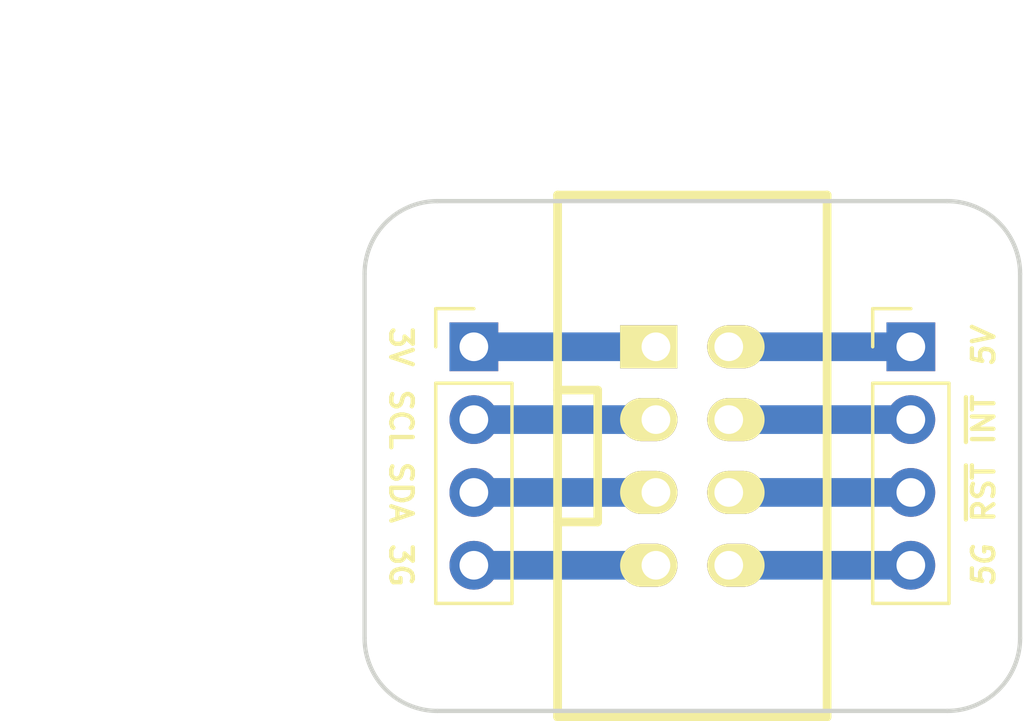
<source format=kicad_pcb>
(kicad_pcb (version 4) (host pcbnew 4.0.7)

  (general
    (links 8)
    (no_connects 0)
    (area 92.634999 73.584999 115.645001 91.515001)
    (thickness 1.6)
    (drawings 18)
    (tracks 8)
    (zones 0)
    (modules 3)
    (nets 9)
  )

  (page A4)
  (layers
    (0 F.Cu signal)
    (31 B.Cu signal)
    (32 B.Adhes user)
    (33 F.Adhes user)
    (34 B.Paste user)
    (35 F.Paste user)
    (36 B.SilkS user)
    (37 F.SilkS user)
    (38 B.Mask user)
    (39 F.Mask user)
    (40 Dwgs.User user)
    (41 Cmts.User user)
    (42 Eco1.User user)
    (43 Eco2.User user)
    (44 Edge.Cuts user)
    (45 Margin user)
    (46 B.CrtYd user)
    (47 F.CrtYd user)
    (48 B.Fab user)
    (49 F.Fab user)
  )

  (setup
    (last_trace_width 0.25)
    (user_trace_width 0.5)
    (user_trace_width 1)
    (trace_clearance 0.2)
    (zone_clearance 0.508)
    (zone_45_only no)
    (trace_min 0.2)
    (segment_width 0.2)
    (edge_width 0.15)
    (via_size 0.6)
    (via_drill 0.4)
    (via_min_size 0.4)
    (via_min_drill 0.3)
    (uvia_size 0.3)
    (uvia_drill 0.1)
    (uvias_allowed no)
    (uvia_min_size 0.2)
    (uvia_min_drill 0.1)
    (pcb_text_width 0.3)
    (pcb_text_size 1.5 1.5)
    (mod_edge_width 0.15)
    (mod_text_size 1 1)
    (mod_text_width 0.15)
    (pad_size 1.524 1.524)
    (pad_drill 0.762)
    (pad_to_mask_clearance 0.2)
    (aux_axis_origin 0 0)
    (visible_elements FFFFFF7F)
    (pcbplotparams
      (layerselection 0x00030_80000001)
      (usegerberextensions false)
      (excludeedgelayer true)
      (linewidth 0.100000)
      (plotframeref false)
      (viasonmask false)
      (mode 1)
      (useauxorigin false)
      (hpglpennumber 1)
      (hpglpenspeed 20)
      (hpglpendiameter 15)
      (hpglpenoverlay 2)
      (psnegative false)
      (psa4output false)
      (plotreference true)
      (plotvalue true)
      (plotinvisibletext false)
      (padsonsilk false)
      (subtractmaskfromsilk false)
      (outputformat 1)
      (mirror false)
      (drillshape 1)
      (scaleselection 1)
      (outputdirectory ""))
  )

  (net 0 "")
  (net 1 "Net-(P1-Pad1)")
  (net 2 "Net-(P1-Pad2)")
  (net 3 "Net-(P1-Pad3)")
  (net 4 "Net-(P1-Pad4)")
  (net 5 "Net-(P2-Pad8)")
  (net 6 "Net-(P2-Pad2)")
  (net 7 "Net-(P2-Pad4)")
  (net 8 "Net-(P2-Pad6)")

  (net_class Default "This is the default net class."
    (clearance 0.2)
    (trace_width 0.25)
    (via_dia 0.6)
    (via_drill 0.4)
    (uvia_dia 0.3)
    (uvia_drill 0.1)
    (add_net "Net-(P1-Pad1)")
    (add_net "Net-(P1-Pad2)")
    (add_net "Net-(P1-Pad3)")
    (add_net "Net-(P1-Pad4)")
    (add_net "Net-(P2-Pad2)")
    (add_net "Net-(P2-Pad4)")
    (add_net "Net-(P2-Pad6)")
    (add_net "Net-(P2-Pad8)")
  )

  (module Pin_Headers:Pin_Header_Straight_1x04_Pitch2.54mm (layer F.Cu) (tedit 5A11F075) (tstamp 5A11EFEC)
    (at 96.52 78.74)
    (descr "Through hole straight pin header, 1x04, 2.54mm pitch, single row")
    (tags "Through hole pin header THT 1x04 2.54mm single row")
    (path /5A11EFEB)
    (fp_text reference P1 (at 0 -2.33) (layer F.SilkS) hide
      (effects (font (size 1 1) (thickness 0.15)))
    )
    (fp_text value CONN_4 (at 0 9.95) (layer F.Fab) hide
      (effects (font (size 1 1) (thickness 0.15)))
    )
    (fp_line (start -0.635 -1.27) (end 1.27 -1.27) (layer F.Fab) (width 0.1))
    (fp_line (start 1.27 -1.27) (end 1.27 8.89) (layer F.Fab) (width 0.1))
    (fp_line (start 1.27 8.89) (end -1.27 8.89) (layer F.Fab) (width 0.1))
    (fp_line (start -1.27 8.89) (end -1.27 -0.635) (layer F.Fab) (width 0.1))
    (fp_line (start -1.27 -0.635) (end -0.635 -1.27) (layer F.Fab) (width 0.1))
    (fp_line (start -1.33 8.95) (end 1.33 8.95) (layer F.SilkS) (width 0.12))
    (fp_line (start -1.33 1.27) (end -1.33 8.95) (layer F.SilkS) (width 0.12))
    (fp_line (start 1.33 1.27) (end 1.33 8.95) (layer F.SilkS) (width 0.12))
    (fp_line (start -1.33 1.27) (end 1.33 1.27) (layer F.SilkS) (width 0.12))
    (fp_line (start -1.33 0) (end -1.33 -1.33) (layer F.SilkS) (width 0.12))
    (fp_line (start -1.33 -1.33) (end 0 -1.33) (layer F.SilkS) (width 0.12))
    (fp_line (start -1.8 -1.8) (end -1.8 9.4) (layer F.CrtYd) (width 0.05))
    (fp_line (start -1.8 9.4) (end 1.8 9.4) (layer F.CrtYd) (width 0.05))
    (fp_line (start 1.8 9.4) (end 1.8 -1.8) (layer F.CrtYd) (width 0.05))
    (fp_line (start 1.8 -1.8) (end -1.8 -1.8) (layer F.CrtYd) (width 0.05))
    (fp_text user %R (at 0 3.81 90) (layer F.Fab)
      (effects (font (size 1 1) (thickness 0.15)))
    )
    (pad 1 thru_hole rect (at 0 0) (size 1.7 1.7) (drill 1) (layers *.Cu *.Mask)
      (net 1 "Net-(P1-Pad1)"))
    (pad 2 thru_hole oval (at 0 2.54) (size 1.7 1.7) (drill 1) (layers *.Cu *.Mask)
      (net 2 "Net-(P1-Pad2)"))
    (pad 3 thru_hole oval (at 0 5.08) (size 1.7 1.7) (drill 1) (layers *.Cu *.Mask)
      (net 3 "Net-(P1-Pad3)"))
    (pad 4 thru_hole oval (at 0 7.62) (size 1.7 1.7) (drill 1) (layers *.Cu *.Mask)
      (net 4 "Net-(P1-Pad4)"))
    (model ${KISYS3DMOD}/Pin_Headers.3dshapes/Pin_Header_Straight_1x04_Pitch2.54mm.wrl
      (at (xyz 0 0 0))
      (scale (xyz 1 1 1))
      (rotate (xyz 0 0 0))
    )
  )

  (module w_conn_strip:vasch_strip_4x2 (layer F.Cu) (tedit 5A11F07F) (tstamp 5A11EFF8)
    (at 104.14 82.55 270)
    (descr "Box header 4x2pin 2.54mm")
    (tags "CONN DEV")
    (path /5A11EF23)
    (fp_text reference P2 (at 0 -5.7 270) (layer F.SilkS) hide
      (effects (font (size 1 1) (thickness 0.2032)))
    )
    (fp_text value MY_CONN_I2C (at 0 5.7 270) (layer F.SilkS) hide
      (effects (font (size 1 1) (thickness 0.2032)))
    )
    (fp_line (start -9.1 4.7) (end 9.1 4.7) (layer F.SilkS) (width 0.3048))
    (fp_line (start 9.1 -4.7) (end -9.1 -4.7) (layer F.SilkS) (width 0.3048))
    (fp_line (start -9.1 -4.7) (end -9.1 4.7) (layer F.SilkS) (width 0.3048))
    (fp_line (start 9.1 -4.7) (end 9.1 4.7) (layer F.SilkS) (width 0.3048))
    (fp_line (start 2.3 4.7) (end 2.3 3.3) (layer F.SilkS) (width 0.29972))
    (fp_line (start 2.3 3.3) (end -2.3 3.3) (layer F.SilkS) (width 0.29972))
    (fp_line (start -2.3 3.3) (end -2.3 4.7) (layer F.SilkS) (width 0.29972))
    (pad 8 thru_hole oval (at 3.81 -1.27 270) (size 1.5 2) (drill 1 (offset 0 -0.25)) (layers *.Cu *.Mask F.SilkS)
      (net 5 "Net-(P2-Pad8)"))
    (pad 7 thru_hole oval (at 3.81 1.27 270) (size 1.5 2) (drill 1 (offset 0 0.25)) (layers *.Cu *.Mask F.SilkS)
      (net 4 "Net-(P1-Pad4)"))
    (pad 1 thru_hole rect (at -3.81 1.27 270) (size 1.5 2) (drill 1 (offset 0 0.25)) (layers *.Cu *.Mask F.SilkS)
      (net 1 "Net-(P1-Pad1)"))
    (pad 2 thru_hole oval (at -3.81 -1.27 270) (size 1.5 2) (drill 1 (offset 0 -0.25)) (layers *.Cu *.Mask F.SilkS)
      (net 6 "Net-(P2-Pad2)"))
    (pad 3 thru_hole oval (at -1.27 1.27 270) (size 1.5 2) (drill 1 (offset 0 0.25)) (layers *.Cu *.Mask F.SilkS)
      (net 2 "Net-(P1-Pad2)"))
    (pad 4 thru_hole oval (at -1.27 -1.27 270) (size 1.5 2) (drill 1 (offset 0 -0.25)) (layers *.Cu *.Mask F.SilkS)
      (net 7 "Net-(P2-Pad4)"))
    (pad 5 thru_hole oval (at 1.27 1.27 270) (size 1.5 2) (drill 1 (offset 0 0.25)) (layers *.Cu *.Mask F.SilkS)
      (net 3 "Net-(P1-Pad3)"))
    (pad 6 thru_hole oval (at 1.27 -1.27 270) (size 1.5 2) (drill 1 (offset 0 -0.25)) (layers *.Cu *.Mask F.SilkS)
      (net 8 "Net-(P2-Pad6)"))
    (model walter/conn_strip/vasch_strip_4x2.wrl
      (at (xyz 0 0 0))
      (scale (xyz 1 1 1))
      (rotate (xyz 0 0 0))
    )
  )

  (module Pin_Headers:Pin_Header_Straight_1x04_Pitch2.54mm (layer F.Cu) (tedit 5A11F07C) (tstamp 5A11F000)
    (at 111.76 78.74)
    (descr "Through hole straight pin header, 1x04, 2.54mm pitch, single row")
    (tags "Through hole pin header THT 1x04 2.54mm single row")
    (path /5A11EF8D)
    (fp_text reference P3 (at 0 -2.33) (layer F.SilkS) hide
      (effects (font (size 1 1) (thickness 0.15)))
    )
    (fp_text value CONN_4 (at 0 9.95) (layer F.Fab) hide
      (effects (font (size 1 1) (thickness 0.15)))
    )
    (fp_line (start -0.635 -1.27) (end 1.27 -1.27) (layer F.Fab) (width 0.1))
    (fp_line (start 1.27 -1.27) (end 1.27 8.89) (layer F.Fab) (width 0.1))
    (fp_line (start 1.27 8.89) (end -1.27 8.89) (layer F.Fab) (width 0.1))
    (fp_line (start -1.27 8.89) (end -1.27 -0.635) (layer F.Fab) (width 0.1))
    (fp_line (start -1.27 -0.635) (end -0.635 -1.27) (layer F.Fab) (width 0.1))
    (fp_line (start -1.33 8.95) (end 1.33 8.95) (layer F.SilkS) (width 0.12))
    (fp_line (start -1.33 1.27) (end -1.33 8.95) (layer F.SilkS) (width 0.12))
    (fp_line (start 1.33 1.27) (end 1.33 8.95) (layer F.SilkS) (width 0.12))
    (fp_line (start -1.33 1.27) (end 1.33 1.27) (layer F.SilkS) (width 0.12))
    (fp_line (start -1.33 0) (end -1.33 -1.33) (layer F.SilkS) (width 0.12))
    (fp_line (start -1.33 -1.33) (end 0 -1.33) (layer F.SilkS) (width 0.12))
    (fp_line (start -1.8 -1.8) (end -1.8 9.4) (layer F.CrtYd) (width 0.05))
    (fp_line (start -1.8 9.4) (end 1.8 9.4) (layer F.CrtYd) (width 0.05))
    (fp_line (start 1.8 9.4) (end 1.8 -1.8) (layer F.CrtYd) (width 0.05))
    (fp_line (start 1.8 -1.8) (end -1.8 -1.8) (layer F.CrtYd) (width 0.05))
    (fp_text user %R (at 0 3.81 90) (layer F.Fab)
      (effects (font (size 1 1) (thickness 0.15)))
    )
    (pad 1 thru_hole rect (at 0 0) (size 1.7 1.7) (drill 1) (layers *.Cu *.Mask)
      (net 6 "Net-(P2-Pad2)"))
    (pad 2 thru_hole oval (at 0 2.54) (size 1.7 1.7) (drill 1) (layers *.Cu *.Mask)
      (net 7 "Net-(P2-Pad4)"))
    (pad 3 thru_hole oval (at 0 5.08) (size 1.7 1.7) (drill 1) (layers *.Cu *.Mask)
      (net 8 "Net-(P2-Pad6)"))
    (pad 4 thru_hole oval (at 0 7.62) (size 1.7 1.7) (drill 1) (layers *.Cu *.Mask)
      (net 5 "Net-(P2-Pad8)"))
    (model ${KISYS3DMOD}/Pin_Headers.3dshapes/Pin_Header_Straight_1x04_Pitch2.54mm.wrl
      (at (xyz 0 0 0))
      (scale (xyz 1 1 1))
      (rotate (xyz 0 0 0))
    )
  )

  (dimension 17.78 (width 0.3) (layer Cmts.User)
    (gr_text "0.7000 in" (at 86.28 82.55 90) (layer Cmts.User)
      (effects (font (size 1.5 1.5) (thickness 0.3)))
    )
    (feature1 (pts (xy 92.71 73.66) (xy 84.93 73.66)))
    (feature2 (pts (xy 92.71 91.44) (xy 84.93 91.44)))
    (crossbar (pts (xy 87.63 91.44) (xy 87.63 73.66)))
    (arrow1a (pts (xy 87.63 73.66) (xy 88.216421 74.786504)))
    (arrow1b (pts (xy 87.63 73.66) (xy 87.043579 74.786504)))
    (arrow2a (pts (xy 87.63 91.44) (xy 88.216421 90.313496)))
    (arrow2b (pts (xy 87.63 91.44) (xy 87.043579 90.313496)))
  )
  (dimension 22.86 (width 0.3) (layer Cmts.User)
    (gr_text "0.9000 in" (at 104.14 68.5) (layer Cmts.User)
      (effects (font (size 1.5 1.5) (thickness 0.3)))
    )
    (feature1 (pts (xy 115.57 73.66) (xy 115.57 67.15)))
    (feature2 (pts (xy 92.71 73.66) (xy 92.71 67.15)))
    (crossbar (pts (xy 92.71 69.85) (xy 115.57 69.85)))
    (arrow1a (pts (xy 115.57 69.85) (xy 114.443496 70.436421)))
    (arrow1b (pts (xy 115.57 69.85) (xy 114.443496 69.263579)))
    (arrow2a (pts (xy 92.71 69.85) (xy 93.836504 70.436421)))
    (arrow2b (pts (xy 92.71 69.85) (xy 93.836504 69.263579)))
  )
  (gr_line (start 95.25 91.44) (end 113.03 91.44) (angle 90) (layer Edge.Cuts) (width 0.15))
  (gr_line (start 95.25 73.66) (end 113.03 73.66) (angle 90) (layer Edge.Cuts) (width 0.15))
  (gr_arc (start 113.03 88.9) (end 115.57 88.9) (angle 90) (layer Edge.Cuts) (width 0.15))
  (gr_arc (start 95.25 88.9) (end 95.25 91.44) (angle 90) (layer Edge.Cuts) (width 0.15))
  (gr_arc (start 95.25 76.2) (end 92.71 76.2) (angle 90) (layer Edge.Cuts) (width 0.15))
  (gr_arc (start 113.03 76.2) (end 113.03 73.66) (angle 90) (layer Edge.Cuts) (width 0.15))
  (gr_line (start 92.71 76.2) (end 92.71 88.9) (angle 90) (layer Edge.Cuts) (width 0.15))
  (gr_line (start 115.57 76.2) (end 115.57 88.9) (angle 90) (layer Edge.Cuts) (width 0.15))
  (gr_text 5G (at 114.3 86.36 90) (layer F.SilkS)
    (effects (font (size 0.75 0.75) (thickness 0.15) italic))
  )
  (gr_text ~RST (at 114.3 83.82 90) (layer F.SilkS)
    (effects (font (size 0.75 0.75) (thickness 0.15)))
  )
  (gr_text ~INT (at 114.3 81.28 90) (layer F.SilkS)
    (effects (font (size 0.75 0.75) (thickness 0.15)))
  )
  (gr_text 5V (at 114.3 78.74 90) (layer F.SilkS)
    (effects (font (size 0.75 0.75) (thickness 0.15) italic))
  )
  (gr_text 3G (at 93.98 86.36 270) (layer F.SilkS)
    (effects (font (size 0.75 0.75) (thickness 0.15)))
  )
  (gr_text SDA (at 93.98 83.82 270) (layer F.SilkS)
    (effects (font (size 0.75 0.75) (thickness 0.15)))
  )
  (gr_text SCL (at 93.98 81.28 270) (layer F.SilkS)
    (effects (font (size 0.75 0.75) (thickness 0.15)))
  )
  (gr_text 3V (at 93.98 78.74 270) (layer F.SilkS)
    (effects (font (size 0.75 0.75) (thickness 0.15)))
  )

  (segment (start 96.52 78.74) (end 102.87 78.74) (width 1) (layer B.Cu) (net 1) (status 10))
  (segment (start 96.52 81.28) (end 102.87 81.28) (width 1) (layer B.Cu) (net 2) (status 10))
  (segment (start 96.52 83.82) (end 102.87 83.82) (width 1) (layer B.Cu) (net 3) (status 10))
  (segment (start 96.52 86.36) (end 102.87 86.36) (width 1) (layer B.Cu) (net 4) (status 10))
  (segment (start 105.41 86.36) (end 111.76 86.36) (width 1) (layer B.Cu) (net 5) (status 20))
  (segment (start 105.41 78.74) (end 111.76 78.74) (width 1) (layer B.Cu) (net 6) (status 20))
  (segment (start 105.41 81.28) (end 111.76 81.28) (width 1) (layer B.Cu) (net 7) (status 20))
  (segment (start 105.41 83.82) (end 111.76 83.82) (width 1) (layer B.Cu) (net 8) (status 20))

)

</source>
